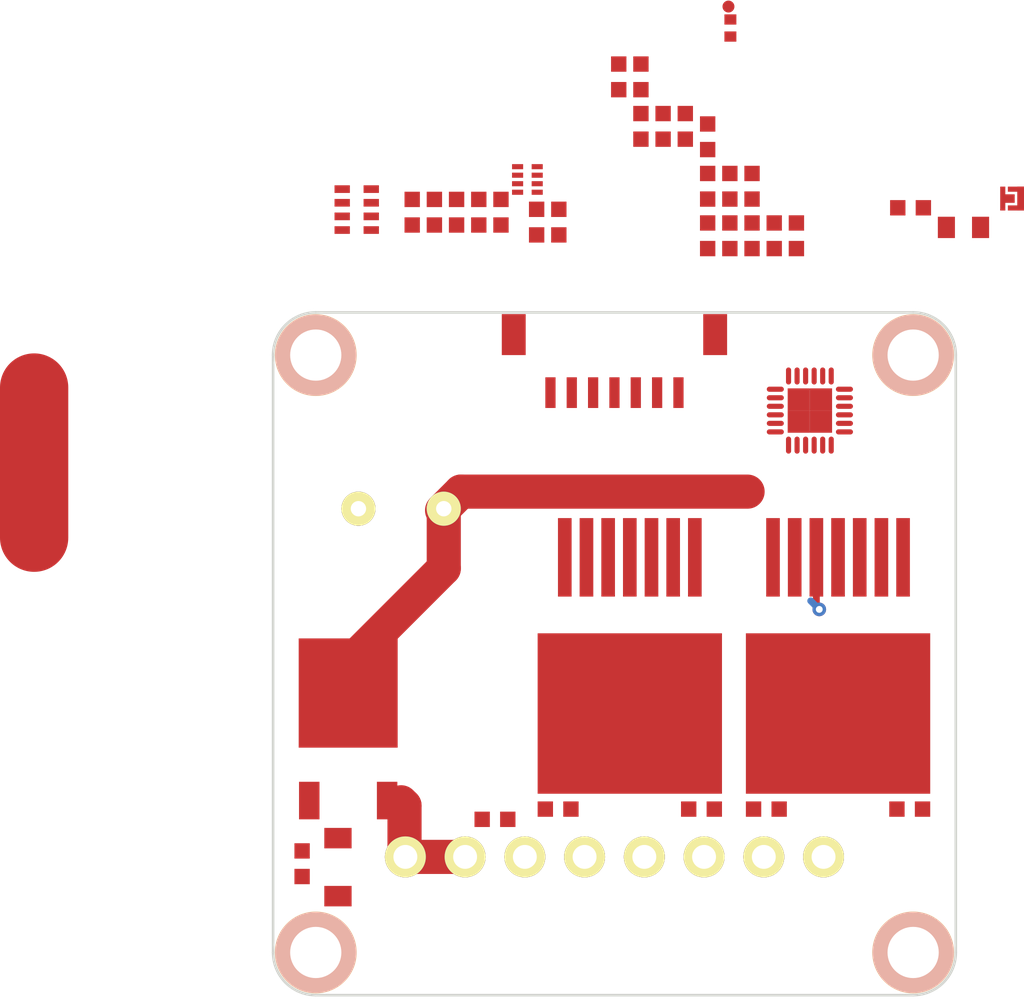
<source format=kicad_pcb>
(kicad_pcb (version 20171130) (host pcbnew 5.0.2-bee76a0~70~ubuntu18.04.1)

  (general
    (thickness 1.6)
    (drawings 8)
    (tracks 15)
    (zones 0)
    (modules 46)
    (nets 38)
  )

  (page A4)
  (title_block
    (title "Industrial Push-Pull")
    (date 2019-02-14)
    (rev 1.0)
    (company "Tinkerforge GmbH")
    (comment 1 "Licensed under CERN OHL v.1.1")
    (comment 2 "Copyright (©) 2019, T.Schneidermann <tim@tinkerforge.com>")
  )

  (layers
    (0 F.Cu signal)
    (31 B.Cu signal)
    (32 B.Adhes user)
    (33 F.Adhes user)
    (34 B.Paste user)
    (35 F.Paste user)
    (36 B.SilkS user)
    (37 F.SilkS user)
    (38 B.Mask user)
    (39 F.Mask user)
    (40 Dwgs.User user)
    (41 Cmts.User user)
    (42 Eco1.User user)
    (43 Eco2.User user)
    (44 Edge.Cuts user)
    (45 Margin user)
    (46 B.CrtYd user)
    (47 F.CrtYd user)
    (48 B.Fab user)
    (49 F.Fab user)
  )

  (setup
    (last_trace_width 2)
    (user_trace_width 0.15)
    (user_trace_width 0.2)
    (user_trace_width 0.25)
    (user_trace_width 0.3)
    (user_trace_width 0.4)
    (user_trace_width 0.5)
    (user_trace_width 2)
    (user_trace_width 4)
    (trace_clearance 0.2)
    (zone_clearance 0.508)
    (zone_45_only no)
    (trace_min 0.15)
    (segment_width 0.2)
    (edge_width 0.15)
    (via_size 0.8)
    (via_drill 0.4)
    (via_min_size 0.4)
    (via_min_drill 0.25)
    (user_via 0.55 0.25)
    (uvia_size 0.3)
    (uvia_drill 0.1)
    (uvias_allowed no)
    (uvia_min_size 0.2)
    (uvia_min_drill 0.1)
    (pcb_text_width 0.3)
    (pcb_text_size 1.5 1.5)
    (mod_edge_width 0.15)
    (mod_text_size 0.000001 0.000001)
    (mod_text_width 0.15)
    (pad_size 1.4 1.4)
    (pad_drill 0.6)
    (pad_to_mask_clearance 0.051)
    (solder_mask_min_width 0.25)
    (aux_axis_origin 0 0)
    (visible_elements FFFFFF7F)
    (pcbplotparams
      (layerselection 0x010fc_ffffffff)
      (usegerberextensions false)
      (usegerberattributes false)
      (usegerberadvancedattributes false)
      (creategerberjobfile false)
      (excludeedgelayer true)
      (linewidth 0.100000)
      (plotframeref false)
      (viasonmask false)
      (mode 1)
      (useauxorigin false)
      (hpglpennumber 1)
      (hpglpenspeed 20)
      (hpglpendiameter 15.000000)
      (psnegative false)
      (psa4output false)
      (plotreference true)
      (plotvalue true)
      (plotinvisibletext false)
      (padsonsilk false)
      (subtractmaskfromsilk false)
      (outputformat 1)
      (mirror false)
      (drillshape 1)
      (scaleselection 1)
      (outputdirectory ""))
  )

  (net 0 "")
  (net 1 GND)
  (net 2 "Net-(10k1-Pad1)")
  (net 3 3V3)
  (net 4 "Net-(C2-Pad1)")
  (net 5 IS1)
  (net 6 "Net-(C6-Pad1)")
  (net 7 IS2)
  (net 8 "Net-(C8-Pad1)")
  (net 9 +VSW)
  (net 10 "Net-(C12-Pad1)")
  (net 11 "Net-(C13-Pad2)")
  (net 12 "Net-(C15-Pad2)")
  (net 13 "Net-(D1-Pad2)")
  (net 14 "Net-(D3-Pad2)")
  (net 15 "Net-(D4-Pad2)")
  (net 16 "Net-(D5-Pad2)")
  (net 17 "Net-(P1-Pad4)")
  (net 18 "Net-(P1-Pad5)")
  (net 19 "Net-(P1-Pad6)")
  (net 20 "Net-(P3-Pad1)")
  (net 21 "Net-(P4-Pad2)")
  (net 22 "Net-(R6-Pad1)")
  (net 23 IN1)
  (net 24 "Net-(R7-Pad1)")
  (net 25 INH)
  (net 26 IN2)
  (net 27 "Net-(R8-Pad1)")
  (net 28 "Net-(R9-Pad1)")
  (net 29 VIN)
  (net 30 "Net-(RP1-Pad5)")
  (net 31 "Net-(RP1-Pad6)")
  (net 32 "Net-(RP1-Pad7)")
  (net 33 "Net-(RP1-Pad8)")
  (net 34 S-MISO)
  (net 35 S-MOSI)
  (net 36 S-CLK)
  (net 37 S-CS)

  (net_class Default "Dies ist die voreingestellte Netzklasse."
    (clearance 0.2)
    (trace_width 0.25)
    (via_dia 0.8)
    (via_drill 0.4)
    (uvia_dia 0.3)
    (uvia_drill 0.1)
    (add_net +VSW)
    (add_net 3V3)
    (add_net GND)
    (add_net IN1)
    (add_net IN2)
    (add_net INH)
    (add_net IS1)
    (add_net IS2)
    (add_net "Net-(10k1-Pad1)")
    (add_net "Net-(C12-Pad1)")
    (add_net "Net-(C13-Pad2)")
    (add_net "Net-(C15-Pad2)")
    (add_net "Net-(C2-Pad1)")
    (add_net "Net-(C6-Pad1)")
    (add_net "Net-(C8-Pad1)")
    (add_net "Net-(D1-Pad2)")
    (add_net "Net-(D3-Pad2)")
    (add_net "Net-(D4-Pad2)")
    (add_net "Net-(D5-Pad2)")
    (add_net "Net-(P1-Pad4)")
    (add_net "Net-(P1-Pad5)")
    (add_net "Net-(P1-Pad6)")
    (add_net "Net-(P3-Pad1)")
    (add_net "Net-(P4-Pad2)")
    (add_net "Net-(R6-Pad1)")
    (add_net "Net-(R7-Pad1)")
    (add_net "Net-(R8-Pad1)")
    (add_net "Net-(R9-Pad1)")
    (add_net "Net-(RP1-Pad5)")
    (add_net "Net-(RP1-Pad6)")
    (add_net "Net-(RP1-Pad7)")
    (add_net "Net-(RP1-Pad8)")
    (add_net S-CLK)
    (add_net S-CS)
    (add_net S-MISO)
    (add_net S-MOSI)
    (add_net VIN)
  )

  (module kicad-libraries:TO-252-3 (layer F.Cu) (tedit 5C6578AB) (tstamp 5C65D567)
    (at 141.9 119.8)
    (path /5C65DC27)
    (fp_text reference Q1 (at 0 -4.7498) (layer F.Fab)
      (effects (font (size 0.59944 0.59944) (thickness 0.12446)))
    )
    (fp_text value MOSFET (at 0 1.84912) (layer F.Fab)
      (effects (font (size 0.29972 0.29972) (thickness 0.07112)))
    )
    (fp_line (start -3.29946 3.59918) (end -3.29946 -3.59918) (layer F.Fab) (width 0.39878))
    (fp_line (start 3.29946 3.59918) (end -3.29946 3.59918) (layer F.Fab) (width 0.39878))
    (fp_line (start 3.29946 -3.59918) (end 3.29946 3.59918) (layer F.Fab) (width 0.39878))
    (fp_line (start -3.29946 -3.59918) (end 3.29946 -3.59918) (layer F.Fab) (width 0.39878))
    (pad D smd rect (at 0 0) (size 5.79882 6.4008) (layers F.Cu F.Paste F.Mask)
      (net 9 +VSW))
    (pad S smd rect (at 2.28092 6.2992) (size 1.19888 2.19964) (layers F.Cu F.Paste F.Mask)
      (net 10 "Net-(C12-Pad1)"))
    (pad G smd rect (at -2.28092 6.2992) (size 1.19888 2.19964) (layers F.Cu F.Paste F.Mask)
      (net 1 GND))
  )

  (module kicad-libraries:OQ_8P (layer F.Cu) (tedit 58FF7F36) (tstamp 5C65D54E)
    (at 157.5 129.4)
    (path /50065B8F)
    (fp_text reference P2 (at 0 3.98) (layer F.Fab)
      (effects (font (size 0.59944 0.59944) (thickness 0.12446)))
    )
    (fp_text value "Digital Output" (at 0 3.05054) (layer F.Fab)
      (effects (font (size 0.59944 0.59944) (thickness 0.12446)))
    )
    (fp_line (start 0 8.001) (end 14.74978 8.001) (layer F.Fab) (width 0.381))
    (fp_line (start 14.74978 -1.19888) (end 0 -1.19888) (layer F.Fab) (width 0.381))
    (fp_line (start -14.74978 -1.19888) (end 0.7493 -1.19888) (layer F.Fab) (width 0.381))
    (fp_line (start 0.7493 8.001) (end -14.74978 8.001) (layer F.Fab) (width 0.381))
    (fp_line (start -14.74978 8.001) (end -14.74978 -1.19888) (layer F.Fab) (width 0.381))
    (fp_line (start 14.74978 -1.19888) (end 14.74978 8.001) (layer F.Fab) (width 0.381))
    (pad 2 thru_hole circle (at -8.7503 0) (size 2.4003 2.4003) (drill 1.39954) (layers *.Cu *.Mask F.SilkS)
      (net 10 "Net-(C12-Pad1)"))
    (pad 3 thru_hole circle (at -5.25018 0) (size 2.4003 2.4003) (drill 1.39954) (layers *.Cu *.Mask F.SilkS)
      (net 1 GND))
    (pad 4 thru_hole circle (at -1.75006 0) (size 2.4003 2.4003) (drill 1.39954) (layers *.Cu *.Mask F.SilkS)
      (net 1 GND))
    (pad 1 thru_hole circle (at -12.25042 0) (size 2.4003 2.4003) (drill 1.39954) (layers *.Cu *.Mask F.SilkS)
      (net 10 "Net-(C12-Pad1)"))
    (pad 5 thru_hole circle (at 1.75006 0) (size 2.4003 2.4003) (drill 1.39954) (layers *.Cu *.Mask F.SilkS)
      (net 11 "Net-(C13-Pad2)"))
    (pad 6 thru_hole circle (at 5.25018 0) (size 2.4003 2.4003) (drill 1.39954) (layers *.Cu *.Mask F.SilkS)
      (net 11 "Net-(C13-Pad2)"))
    (pad 7 thru_hole circle (at 8.7503 0) (size 2.4003 2.4003) (drill 1.39954) (layers *.Cu *.Mask F.SilkS)
      (net 12 "Net-(C15-Pad2)"))
    (pad 8 thru_hole circle (at 12.25042 0) (size 2.4003 2.4003) (drill 1.39954) (layers *.Cu *.Mask F.SilkS)
      (net 12 "Net-(C15-Pad2)"))
    (model Connectors/OQ_8P_green.wrl
      (offset (xyz 0 -3.174999952316284 3.555999946594238))
      (scale (xyz 1 1 1))
      (rotate (xyz 0 0 0))
    )
  )

  (module kicad-libraries:R0603F (layer F.Cu) (tedit 58F5DD02) (tstamp 5C662CFB)
    (at 139.2 129.8 90)
    (path /5C65EA8F)
    (attr smd)
    (fp_text reference 10k1 (at 0.05 0.1 90) (layer F.Fab)
      (effects (font (size 0.2 0.2) (thickness 0.05)))
    )
    (fp_text value R (at 0.05 -0.375 90) (layer F.Fab)
      (effects (font (size 0.2 0.2) (thickness 0.05)))
    )
    (fp_line (start -1.45034 0.65024) (end -1.45034 -0.65024) (layer F.Fab) (width 0.001))
    (fp_line (start 1.45034 0.65024) (end -1.45034 0.65024) (layer F.Fab) (width 0.001))
    (fp_line (start 1.45034 -0.65024) (end 1.45034 0.65024) (layer F.Fab) (width 0.001))
    (fp_line (start -1.45034 -0.65024) (end 1.45034 -0.65024) (layer F.Fab) (width 0.001))
    (pad 2 smd rect (at 0.75 0 90) (size 0.9 0.9) (layers F.Cu F.Paste F.Mask)
      (net 1 GND))
    (pad 1 smd rect (at -0.75 0 90) (size 0.9 0.9) (layers F.Cu F.Paste F.Mask)
      (net 2 "Net-(10k1-Pad1)"))
    (model Resistors_SMD/R_0603.wrl
      (at (xyz 0 0 0))
      (scale (xyz 1 1 1))
      (rotate (xyz 0 0 0))
    )
  )

  (module kicad-libraries:C0603F (layer F.Cu) (tedit 58F5DD02) (tstamp 5C65D442)
    (at 162.960741 87.209159 90)
    (path /50065789)
    (attr smd)
    (fp_text reference C1 (at 0.05 0.225 90) (layer F.Fab)
      (effects (font (size 0.2 0.2) (thickness 0.05)))
    )
    (fp_text value 100nF (at 0.05 -0.375 90) (layer F.Fab)
      (effects (font (size 0.2 0.2) (thickness 0.05)))
    )
    (fp_line (start -1.45034 0.65024) (end -1.45034 -0.65024) (layer F.Fab) (width 0.001))
    (fp_line (start 1.45034 0.65024) (end -1.45034 0.65024) (layer F.Fab) (width 0.001))
    (fp_line (start 1.45034 -0.65024) (end 1.45034 0.65024) (layer F.Fab) (width 0.001))
    (fp_line (start -1.45034 -0.65024) (end 1.45034 -0.65024) (layer F.Fab) (width 0.001))
    (pad 2 smd rect (at 0.75 0 90) (size 0.9 0.9) (layers F.Cu F.Paste F.Mask)
      (net 1 GND))
    (pad 1 smd rect (at -0.75 0 90) (size 0.9 0.9) (layers F.Cu F.Paste F.Mask)
      (net 3 3V3))
    (model Capacitors_SMD/C_0603.wrl
      (at (xyz 0 0 0))
      (scale (xyz 1 1 1))
      (rotate (xyz 0 0 0))
    )
  )

  (module kicad-libraries:C0402F (layer F.Cu) (tedit 5A0C5AF6) (tstamp 5C65D44C)
    (at 164.292501 80.837499 90)
    (path /5A58DF0A)
    (fp_text reference C2 (at 0.1 0.15 90) (layer F.Fab)
      (effects (font (size 0.2 0.2) (thickness 0.05)))
    )
    (fp_text value 220pF (at 0 -0.15 90) (layer F.Fab)
      (effects (font (size 0.2 0.2) (thickness 0.05)))
    )
    (fp_line (start -0.9 -0.45) (end 0.9 -0.45) (layer F.Fab) (width 0.025))
    (fp_line (start 0.9 -0.45) (end 0.9 0.45) (layer F.Fab) (width 0.025))
    (fp_line (start 0.9 0.45) (end -0.9 0.45) (layer F.Fab) (width 0.025))
    (fp_line (start -0.9 0.45) (end -0.9 -0.45) (layer F.Fab) (width 0.025))
    (pad 2 smd rect (at 0.5 0 90) (size 0.6 0.7) (layers F.Cu F.Paste F.Mask)
      (net 1 GND))
    (pad 1 smd rect (at -0.5 0 90) (size 0.6 0.7) (layers F.Cu F.Paste F.Mask)
      (net 4 "Net-(C2-Pad1)"))
    (model Capacitors_SMD/C_0402.wrl
      (at (xyz 0 0 0))
      (scale (xyz 1 1 1))
      (rotate (xyz 0 0 0))
    )
  )

  (module kicad-libraries:C0805 (layer F.Cu) (tedit 58F5DFFC) (tstamp 5C65D456)
    (at 177.948499 92.519399 180)
    (path /5A58B913)
    (attr smd)
    (fp_text reference C3 (at 0 0.3 180) (layer F.Fab)
      (effects (font (size 0.2 0.2) (thickness 0.05)))
    )
    (fp_text value 10uF (at 0 -0.2 180) (layer F.Fab)
      (effects (font (size 0.2 0.2) (thickness 0.05)))
    )
    (fp_line (start -1.651 -0.8001) (end -1.651 0.8001) (layer F.Fab) (width 0.001))
    (fp_line (start -1.651 0.8001) (end 1.651 0.8001) (layer F.Fab) (width 0.001))
    (fp_line (start 1.651 0.8001) (end 1.651 -0.8001) (layer F.Fab) (width 0.001))
    (fp_line (start 1.651 -0.8001) (end -1.651 -0.8001) (layer F.Fab) (width 0.001))
    (pad 1 smd rect (at -1.00076 0 180) (size 1.00076 1.24968) (layers F.Cu F.Paste F.Mask)
      (net 3 3V3) (clearance 0.14986))
    (pad 2 smd rect (at 1.00076 0 180) (size 1.00076 1.24968) (layers F.Cu F.Paste F.Mask)
      (net 1 GND) (clearance 0.14986))
    (model Capacitors_SMD/C_0805.wrl
      (at (xyz 0 0 0))
      (scale (xyz 1 1 1))
      (rotate (xyz 0 0 0))
    )
  )

  (module kicad-libraries:C0603F (layer F.Cu) (tedit 58F5DD02) (tstamp 5C65D460)
    (at 165.560741 93.009159 90)
    (path /5A58BD7A)
    (attr smd)
    (fp_text reference C4 (at 0.05 0.225 90) (layer F.Fab)
      (effects (font (size 0.2 0.2) (thickness 0.05)))
    )
    (fp_text value 100nF (at 0.05 -0.375 90) (layer F.Fab)
      (effects (font (size 0.2 0.2) (thickness 0.05)))
    )
    (fp_line (start -1.45034 -0.65024) (end 1.45034 -0.65024) (layer F.Fab) (width 0.001))
    (fp_line (start 1.45034 -0.65024) (end 1.45034 0.65024) (layer F.Fab) (width 0.001))
    (fp_line (start 1.45034 0.65024) (end -1.45034 0.65024) (layer F.Fab) (width 0.001))
    (fp_line (start -1.45034 0.65024) (end -1.45034 -0.65024) (layer F.Fab) (width 0.001))
    (pad 1 smd rect (at -0.75 0 90) (size 0.9 0.9) (layers F.Cu F.Paste F.Mask)
      (net 3 3V3))
    (pad 2 smd rect (at 0.75 0 90) (size 0.9 0.9) (layers F.Cu F.Paste F.Mask)
      (net 1 GND))
    (model Capacitors_SMD/C_0603.wrl
      (at (xyz 0 0 0))
      (scale (xyz 1 1 1))
      (rotate (xyz 0 0 0))
    )
  )

  (module kicad-libraries:C0603F (layer F.Cu) (tedit 58F5DD02) (tstamp 5C65D46A)
    (at 165.560741 90.109159 90)
    (path /5C6A76D5)
    (attr smd)
    (fp_text reference C5 (at 0.05 0.225 90) (layer F.Fab)
      (effects (font (size 0.2 0.2) (thickness 0.05)))
    )
    (fp_text value 1nF (at 0.05 -0.375 90) (layer F.Fab)
      (effects (font (size 0.2 0.2) (thickness 0.05)))
    )
    (fp_line (start -1.45034 0.65024) (end -1.45034 -0.65024) (layer F.Fab) (width 0.001))
    (fp_line (start 1.45034 0.65024) (end -1.45034 0.65024) (layer F.Fab) (width 0.001))
    (fp_line (start 1.45034 -0.65024) (end 1.45034 0.65024) (layer F.Fab) (width 0.001))
    (fp_line (start -1.45034 -0.65024) (end 1.45034 -0.65024) (layer F.Fab) (width 0.001))
    (pad 2 smd rect (at 0.75 0 90) (size 0.9 0.9) (layers F.Cu F.Paste F.Mask)
      (net 1 GND))
    (pad 1 smd rect (at -0.75 0 90) (size 0.9 0.9) (layers F.Cu F.Paste F.Mask)
      (net 5 IS1))
    (model Capacitors_SMD/C_0603.wrl
      (at (xyz 0 0 0))
      (scale (xyz 1 1 1))
      (rotate (xyz 0 0 0))
    )
  )

  (module kicad-libraries:C0603F (layer F.Cu) (tedit 58F5DD02) (tstamp 5C65D474)
    (at 164.260741 93.009159 90)
    (path /5C6D33CE)
    (attr smd)
    (fp_text reference C6 (at 0.05 0.225 90) (layer F.Fab)
      (effects (font (size 0.2 0.2) (thickness 0.05)))
    )
    (fp_text value 100nF (at 0.05 -0.375 90) (layer F.Fab)
      (effects (font (size 0.2 0.2) (thickness 0.05)))
    )
    (fp_line (start -1.45034 0.65024) (end -1.45034 -0.65024) (layer F.Fab) (width 0.001))
    (fp_line (start 1.45034 0.65024) (end -1.45034 0.65024) (layer F.Fab) (width 0.001))
    (fp_line (start 1.45034 -0.65024) (end 1.45034 0.65024) (layer F.Fab) (width 0.001))
    (fp_line (start -1.45034 -0.65024) (end 1.45034 -0.65024) (layer F.Fab) (width 0.001))
    (pad 2 smd rect (at 0.75 0 90) (size 0.9 0.9) (layers F.Cu F.Paste F.Mask)
      (net 1 GND))
    (pad 1 smd rect (at -0.75 0 90) (size 0.9 0.9) (layers F.Cu F.Paste F.Mask)
      (net 6 "Net-(C6-Pad1)"))
    (model Capacitors_SMD/C_0603.wrl
      (at (xyz 0 0 0))
      (scale (xyz 1 1 1))
      (rotate (xyz 0 0 0))
    )
  )

  (module kicad-libraries:C0603F (layer F.Cu) (tedit 58F5DD02) (tstamp 5C65D47E)
    (at 162.960741 90.109159 90)
    (path /5C6A7767)
    (attr smd)
    (fp_text reference C7 (at 0.05 0.225 90) (layer F.Fab)
      (effects (font (size 0.2 0.2) (thickness 0.05)))
    )
    (fp_text value 100nF (at 0.05 -0.375 90) (layer F.Fab)
      (effects (font (size 0.2 0.2) (thickness 0.05)))
    )
    (fp_line (start -1.45034 -0.65024) (end 1.45034 -0.65024) (layer F.Fab) (width 0.001))
    (fp_line (start 1.45034 -0.65024) (end 1.45034 0.65024) (layer F.Fab) (width 0.001))
    (fp_line (start 1.45034 0.65024) (end -1.45034 0.65024) (layer F.Fab) (width 0.001))
    (fp_line (start -1.45034 0.65024) (end -1.45034 -0.65024) (layer F.Fab) (width 0.001))
    (pad 1 smd rect (at -0.75 0 90) (size 0.9 0.9) (layers F.Cu F.Paste F.Mask)
      (net 7 IS2))
    (pad 2 smd rect (at 0.75 0 90) (size 0.9 0.9) (layers F.Cu F.Paste F.Mask)
      (net 1 GND))
    (model Capacitors_SMD/C_0603.wrl
      (at (xyz 0 0 0))
      (scale (xyz 1 1 1))
      (rotate (xyz 0 0 0))
    )
  )

  (module kicad-libraries:C0603F (layer F.Cu) (tedit 58F5DD02) (tstamp 5C65D488)
    (at 148.250741 91.629159 90)
    (path /5C6D332D)
    (attr smd)
    (fp_text reference C8 (at 0.05 0.225 90) (layer F.Fab)
      (effects (font (size 0.2 0.2) (thickness 0.05)))
    )
    (fp_text value 100nF (at 0.05 -0.375 90) (layer F.Fab)
      (effects (font (size 0.2 0.2) (thickness 0.05)))
    )
    (fp_line (start -1.45034 -0.65024) (end 1.45034 -0.65024) (layer F.Fab) (width 0.001))
    (fp_line (start 1.45034 -0.65024) (end 1.45034 0.65024) (layer F.Fab) (width 0.001))
    (fp_line (start 1.45034 0.65024) (end -1.45034 0.65024) (layer F.Fab) (width 0.001))
    (fp_line (start -1.45034 0.65024) (end -1.45034 -0.65024) (layer F.Fab) (width 0.001))
    (pad 1 smd rect (at -0.75 0 90) (size 0.9 0.9) (layers F.Cu F.Paste F.Mask)
      (net 8 "Net-(C8-Pad1)"))
    (pad 2 smd rect (at 0.75 0 90) (size 0.9 0.9) (layers F.Cu F.Paste F.Mask)
      (net 1 GND))
    (model Capacitors_SMD/C_0603.wrl
      (at (xyz 0 0 0))
      (scale (xyz 1 1 1))
      (rotate (xyz 0 0 0))
    )
  )

  (module kicad-libraries:ELKO_RAD_12 (layer F.Cu) (tedit 5A547BFC) (tstamp 5C65D493)
    (at 145 109)
    (path /5C68B2A6)
    (fp_text reference C9 (at 0 0.65024) (layer F.Fab)
      (effects (font (size 0.29972 0.29972) (thickness 0.07493)))
    )
    (fp_text value "1000uF 35V" (at 0 0) (layer F.Fab)
      (effects (font (size 0.29972 0.29972) (thickness 0.07493)))
    )
    (fp_line (start -5.25018 3.40106) (end -5.25018 -3.40106) (layer F.Fab) (width 0.381))
    (fp_circle (center 0 0) (end 6.25094 0) (layer F.Fab) (width 0.381))
    (fp_line (start -3.64998 -2.74828) (end -1.94818 -2.74828) (layer F.Fab) (width 0.381))
    (fp_line (start 2.5019 -2.25044) (end 2.5019 -3.59918) (layer F.Fab) (width 0.381))
    (fp_line (start 1.79832 -2.90068) (end 3.1496 -2.90068) (layer F.Fab) (width 0.381))
    (pad 1 thru_hole circle (at 2.49936 0) (size 1.99898 1.99898) (drill 0.89916) (layers *.Cu *.Mask F.SilkS)
      (net 9 +VSW))
    (pad 2 thru_hole circle (at -2.49936 0) (size 1.99898 1.99898) (drill 0.89916) (layers *.Cu *.Mask F.SilkS)
      (net 1 GND))
    (model Capacitors_wired/c_elko_10x10.wrl
      (at (xyz 0 0 0))
      (scale (xyz 1 1 1))
      (rotate (xyz -90 0 90))
    )
  )

  (module kicad-libraries:C0603F (layer F.Cu) (tedit 58F5DD02) (tstamp 5C65D49D)
    (at 146.950741 91.629159 90)
    (path /5C68FED5)
    (attr smd)
    (fp_text reference C10 (at 0.05 0.225 90) (layer F.Fab)
      (effects (font (size 0.2 0.2) (thickness 0.05)))
    )
    (fp_text value "100nF 100V" (at 0.05 -0.375 90) (layer F.Fab)
      (effects (font (size 0.2 0.2) (thickness 0.05)))
    )
    (fp_line (start -1.45034 0.65024) (end -1.45034 -0.65024) (layer F.Fab) (width 0.001))
    (fp_line (start 1.45034 0.65024) (end -1.45034 0.65024) (layer F.Fab) (width 0.001))
    (fp_line (start 1.45034 -0.65024) (end 1.45034 0.65024) (layer F.Fab) (width 0.001))
    (fp_line (start -1.45034 -0.65024) (end 1.45034 -0.65024) (layer F.Fab) (width 0.001))
    (pad 2 smd rect (at 0.75 0 90) (size 0.9 0.9) (layers F.Cu F.Paste F.Mask)
      (net 1 GND))
    (pad 1 smd rect (at -0.75 0 90) (size 0.9 0.9) (layers F.Cu F.Paste F.Mask)
      (net 9 +VSW))
    (model Capacitors_SMD/C_0603.wrl
      (at (xyz 0 0 0))
      (scale (xyz 1 1 1))
      (rotate (xyz 0 0 0))
    )
  )

  (module kicad-libraries:C0603F (layer F.Cu) (tedit 58F5DD02) (tstamp 5C65D4A7)
    (at 174.849159 91.369259 180)
    (path /5C68FF90)
    (attr smd)
    (fp_text reference C11 (at 0.05 0.225 180) (layer F.Fab)
      (effects (font (size 0.2 0.2) (thickness 0.05)))
    )
    (fp_text value "100nF 100V" (at 0.05 -0.375 180) (layer F.Fab)
      (effects (font (size 0.2 0.2) (thickness 0.05)))
    )
    (fp_line (start -1.45034 -0.65024) (end 1.45034 -0.65024) (layer F.Fab) (width 0.001))
    (fp_line (start 1.45034 -0.65024) (end 1.45034 0.65024) (layer F.Fab) (width 0.001))
    (fp_line (start 1.45034 0.65024) (end -1.45034 0.65024) (layer F.Fab) (width 0.001))
    (fp_line (start -1.45034 0.65024) (end -1.45034 -0.65024) (layer F.Fab) (width 0.001))
    (pad 1 smd rect (at -0.75 0 180) (size 0.9 0.9) (layers F.Cu F.Paste F.Mask)
      (net 9 +VSW))
    (pad 2 smd rect (at 0.75 0 180) (size 0.9 0.9) (layers F.Cu F.Paste F.Mask)
      (net 1 GND))
    (model Capacitors_SMD/C_0603.wrl
      (at (xyz 0 0 0))
      (scale (xyz 1 1 1))
      (rotate (xyz 0 0 0))
    )
  )

  (module kicad-libraries:C0603F (layer F.Cu) (tedit 58F5DD02) (tstamp 5C65D4B1)
    (at 150.5 127.2)
    (path /5C671201)
    (attr smd)
    (fp_text reference C12 (at 0.05 0.225) (layer F.Fab)
      (effects (font (size 0.2 0.2) (thickness 0.05)))
    )
    (fp_text value "100nF 100V" (at 0.05 -0.375) (layer F.Fab)
      (effects (font (size 0.2 0.2) (thickness 0.05)))
    )
    (fp_line (start -1.45034 0.65024) (end -1.45034 -0.65024) (layer F.Fab) (width 0.001))
    (fp_line (start 1.45034 0.65024) (end -1.45034 0.65024) (layer F.Fab) (width 0.001))
    (fp_line (start 1.45034 -0.65024) (end 1.45034 0.65024) (layer F.Fab) (width 0.001))
    (fp_line (start -1.45034 -0.65024) (end 1.45034 -0.65024) (layer F.Fab) (width 0.001))
    (pad 2 smd rect (at 0.75 0) (size 0.9 0.9) (layers F.Cu F.Paste F.Mask)
      (net 1 GND))
    (pad 1 smd rect (at -0.75 0) (size 0.9 0.9) (layers F.Cu F.Paste F.Mask)
      (net 10 "Net-(C12-Pad1)"))
    (model Capacitors_SMD/C_0603.wrl
      (at (xyz 0 0 0))
      (scale (xyz 1 1 1))
      (rotate (xyz 0 0 0))
    )
  )

  (module kicad-libraries:C0603F (layer F.Cu) (tedit 58F5DD02) (tstamp 5C65D4BB)
    (at 154.2 126.6)
    (path /5C8F1C39)
    (attr smd)
    (fp_text reference C13 (at 0.05 0.225) (layer F.Fab)
      (effects (font (size 0.2 0.2) (thickness 0.05)))
    )
    (fp_text value "220nF 100V" (at 0.05 -0.375) (layer F.Fab)
      (effects (font (size 0.2 0.2) (thickness 0.05)))
    )
    (fp_line (start -1.45034 0.65024) (end -1.45034 -0.65024) (layer F.Fab) (width 0.001))
    (fp_line (start 1.45034 0.65024) (end -1.45034 0.65024) (layer F.Fab) (width 0.001))
    (fp_line (start 1.45034 -0.65024) (end 1.45034 0.65024) (layer F.Fab) (width 0.001))
    (fp_line (start -1.45034 -0.65024) (end 1.45034 -0.65024) (layer F.Fab) (width 0.001))
    (pad 2 smd rect (at 0.75 0) (size 0.9 0.9) (layers F.Cu F.Paste F.Mask)
      (net 11 "Net-(C13-Pad2)"))
    (pad 1 smd rect (at -0.75 0) (size 0.9 0.9) (layers F.Cu F.Paste F.Mask)
      (net 9 +VSW))
    (model Capacitors_SMD/C_0603.wrl
      (at (xyz 0 0 0))
      (scale (xyz 1 1 1))
      (rotate (xyz 0 0 0))
    )
  )

  (module kicad-libraries:C0603F (layer F.Cu) (tedit 58F5DD02) (tstamp 5C65D4C5)
    (at 162.6 126.6)
    (path /5C8F1B48)
    (attr smd)
    (fp_text reference C14 (at 0.05 0.225) (layer F.Fab)
      (effects (font (size 0.2 0.2) (thickness 0.05)))
    )
    (fp_text value "220nF 100V" (at 0.099159 -0.180741) (layer F.Fab)
      (effects (font (size 0.2 0.2) (thickness 0.05)))
    )
    (fp_line (start -1.45034 -0.65024) (end 1.45034 -0.65024) (layer F.Fab) (width 0.001))
    (fp_line (start 1.45034 -0.65024) (end 1.45034 0.65024) (layer F.Fab) (width 0.001))
    (fp_line (start 1.45034 0.65024) (end -1.45034 0.65024) (layer F.Fab) (width 0.001))
    (fp_line (start -1.45034 0.65024) (end -1.45034 -0.65024) (layer F.Fab) (width 0.001))
    (pad 1 smd rect (at -0.75 0) (size 0.9 0.9) (layers F.Cu F.Paste F.Mask)
      (net 11 "Net-(C13-Pad2)"))
    (pad 2 smd rect (at 0.75 0) (size 0.9 0.9) (layers F.Cu F.Paste F.Mask)
      (net 1 GND))
    (model Capacitors_SMD/C_0603.wrl
      (at (xyz 0 0 0))
      (scale (xyz 1 1 1))
      (rotate (xyz 0 0 0))
    )
  )

  (module kicad-libraries:C0603F (layer F.Cu) (tedit 58F5DD02) (tstamp 5C65D4CF)
    (at 166.4 126.6)
    (path /5C8F1A93)
    (attr smd)
    (fp_text reference C15 (at 0.05 0.225) (layer F.Fab)
      (effects (font (size 0.2 0.2) (thickness 0.05)))
    )
    (fp_text value "220nF 100V" (at 0.05 -0.375) (layer F.Fab)
      (effects (font (size 0.2 0.2) (thickness 0.05)))
    )
    (fp_line (start -1.45034 0.65024) (end -1.45034 -0.65024) (layer F.Fab) (width 0.001))
    (fp_line (start 1.45034 0.65024) (end -1.45034 0.65024) (layer F.Fab) (width 0.001))
    (fp_line (start 1.45034 -0.65024) (end 1.45034 0.65024) (layer F.Fab) (width 0.001))
    (fp_line (start -1.45034 -0.65024) (end 1.45034 -0.65024) (layer F.Fab) (width 0.001))
    (pad 2 smd rect (at 0.75 0) (size 0.9 0.9) (layers F.Cu F.Paste F.Mask)
      (net 12 "Net-(C15-Pad2)"))
    (pad 1 smd rect (at -0.75 0) (size 0.9 0.9) (layers F.Cu F.Paste F.Mask)
      (net 9 +VSW))
    (model Capacitors_SMD/C_0603.wrl
      (at (xyz 0 0 0))
      (scale (xyz 1 1 1))
      (rotate (xyz 0 0 0))
    )
  )

  (module kicad-libraries:C0603F (layer F.Cu) (tedit 58F5DD02) (tstamp 5C65D4D9)
    (at 174.8 126.6)
    (path /5C8F1943)
    (attr smd)
    (fp_text reference C16 (at 0.05 0.225) (layer F.Fab)
      (effects (font (size 0.2 0.2) (thickness 0.05)))
    )
    (fp_text value "220nF 100V" (at 0.05 -0.375) (layer F.Fab)
      (effects (font (size 0.2 0.2) (thickness 0.05)))
    )
    (fp_line (start -1.45034 -0.65024) (end 1.45034 -0.65024) (layer F.Fab) (width 0.001))
    (fp_line (start 1.45034 -0.65024) (end 1.45034 0.65024) (layer F.Fab) (width 0.001))
    (fp_line (start 1.45034 0.65024) (end -1.45034 0.65024) (layer F.Fab) (width 0.001))
    (fp_line (start -1.45034 0.65024) (end -1.45034 -0.65024) (layer F.Fab) (width 0.001))
    (pad 1 smd rect (at -0.75 0) (size 0.9 0.9) (layers F.Cu F.Paste F.Mask)
      (net 12 "Net-(C15-Pad2)"))
    (pad 2 smd rect (at 0.75 0) (size 0.9 0.9) (layers F.Cu F.Paste F.Mask)
      (net 1 GND))
    (model Capacitors_SMD/C_0603.wrl
      (at (xyz 0 0 0))
      (scale (xyz 1 1 1))
      (rotate (xyz 0 0 0))
    )
  )

  (module kicad-libraries:D0603F (layer F.Cu) (tedit 5910237C) (tstamp 5C65D4EA)
    (at 162.960741 93.009159 90)
    (path /5A58F18E)
    (attr smd)
    (fp_text reference D1 (at -0.775 0.45 90) (layer F.Fab)
      (effects (font (size 0.2 0.2) (thickness 0.05)))
    )
    (fp_text value "blue STATUS" (at 0.75 0.45 90) (layer F.Fab)
      (effects (font (size 0.2 0.2) (thickness 0.05)))
    )
    (fp_line (start -1.45034 0.65024) (end -1.45034 -0.65024) (layer F.Fab) (width 0.001))
    (fp_line (start 1.45034 0.65024) (end -1.45034 0.65024) (layer F.Fab) (width 0.001))
    (fp_line (start 1.45034 -0.65024) (end 1.45034 0.65024) (layer F.Fab) (width 0.001))
    (fp_line (start -1.45034 -0.65024) (end 1.45034 -0.65024) (layer F.Fab) (width 0.001))
    (fp_line (start 0 0) (end -0.3 -0.3) (layer F.Fab) (width 0.05))
    (fp_line (start -0.3 0.3) (end 0 0) (layer F.Fab) (width 0.05))
    (fp_line (start -0.3 -0.3) (end -0.3 0.3) (layer F.Fab) (width 0.05))
    (fp_line (start 0 -0.3) (end 0 0.3) (layer F.Fab) (width 0.05))
    (fp_line (start 0.45 0) (end 1.05 0) (layer F.Fab) (width 0.05))
    (fp_line (start -1.05 0) (end -0.45 0) (layer F.Fab) (width 0.05))
    (fp_line (start -0.75 -0.3) (end -0.75 0.3) (layer F.Fab) (width 0.05))
    (pad 2 smd rect (at 0.75 0 90) (size 0.9 0.9) (layers F.Cu F.Paste F.Mask)
      (net 13 "Net-(D1-Pad2)"))
    (pad 1 smd rect (at -0.75 0 90) (size 0.9 0.9) (layers F.Cu F.Paste F.Mask)
      (net 3 3V3))
    (model LED_SMD/D_0603_blue.wrl
      (at (xyz 0 0 0))
      (scale (xyz 1 1 1))
      (rotate (xyz -90 0 0))
    )
  )

  (module kicad-libraries:MiniMelf (layer F.Cu) (tedit 58F773C2) (tstamp 5C65D4F6)
    (at 141.3 130 270)
    (path /5C65E9AF)
    (fp_text reference D2 (at 0.23 0.29 270) (layer F.Fab)
      (effects (font (size 0.29972 0.29972) (thickness 0.07493)))
    )
    (fp_text value 10V (at 0.23 -0.24 270) (layer F.Fab)
      (effects (font (size 0.29972 0.29972) (thickness 0.07493)))
    )
    (fp_line (start -0.8001 -0.89916) (end -0.8001 0.8001) (layer F.Fab) (width 0.001))
    (fp_line (start -0.50038 -0.89916) (end -0.50038 0.8001) (layer F.Fab) (width 0.001))
    (fp_line (start -2.4003 -0.89916) (end 2.4003 -0.89916) (layer F.Fab) (width 0.001))
    (fp_line (start 2.4003 -0.89916) (end 2.4003 0.89916) (layer F.Fab) (width 0.001))
    (fp_line (start 2.4003 0.89916) (end -2.4003 0.89916) (layer F.Fab) (width 0.001))
    (fp_line (start -2.4003 0.89916) (end -2.4003 -0.89916) (layer F.Fab) (width 0.001))
    (pad 2 smd rect (at -1.69926 0 270) (size 1.19888 1.6002) (layers F.Cu F.Paste F.Mask)
      (net 9 +VSW))
    (pad 1 smd rect (at 1.69926 0 270) (size 1.19888 1.6002) (layers F.Cu F.Paste F.Mask)
      (net 2 "Net-(10k1-Pad1)"))
    (model Housing_special/MiniMelf.wrl
      (at (xyz 0 0 0))
      (scale (xyz 1 1 1))
      (rotate (xyz 0 0 0))
    )
  )

  (module kicad-libraries:D0603F (layer F.Cu) (tedit 5910237C) (tstamp 5C65D507)
    (at 145.650741 91.629159 90)
    (path /5C73C492)
    (attr smd)
    (fp_text reference D3 (at -0.775 0.45 90) (layer F.Fab)
      (effects (font (size 0.2 0.2) (thickness 0.05)))
    )
    (fp_text value "red FAIL" (at 0.75 0.45 90) (layer F.Fab)
      (effects (font (size 0.2 0.2) (thickness 0.05)))
    )
    (fp_line (start -0.75 -0.3) (end -0.75 0.3) (layer F.Fab) (width 0.05))
    (fp_line (start -1.05 0) (end -0.45 0) (layer F.Fab) (width 0.05))
    (fp_line (start 0.45 0) (end 1.05 0) (layer F.Fab) (width 0.05))
    (fp_line (start 0 -0.3) (end 0 0.3) (layer F.Fab) (width 0.05))
    (fp_line (start -0.3 -0.3) (end -0.3 0.3) (layer F.Fab) (width 0.05))
    (fp_line (start -0.3 0.3) (end 0 0) (layer F.Fab) (width 0.05))
    (fp_line (start 0 0) (end -0.3 -0.3) (layer F.Fab) (width 0.05))
    (fp_line (start -1.45034 -0.65024) (end 1.45034 -0.65024) (layer F.Fab) (width 0.001))
    (fp_line (start 1.45034 -0.65024) (end 1.45034 0.65024) (layer F.Fab) (width 0.001))
    (fp_line (start 1.45034 0.65024) (end -1.45034 0.65024) (layer F.Fab) (width 0.001))
    (fp_line (start -1.45034 0.65024) (end -1.45034 -0.65024) (layer F.Fab) (width 0.001))
    (pad 1 smd rect (at -0.75 0 90) (size 0.9 0.9) (layers F.Cu F.Paste F.Mask)
      (net 3 3V3))
    (pad 2 smd rect (at 0.75 0 90) (size 0.9 0.9) (layers F.Cu F.Paste F.Mask)
      (net 14 "Net-(D3-Pad2)"))
    (model LED_SMD/D_0603_blue.wrl
      (at (xyz 0 0 0))
      (scale (xyz 1 1 1))
      (rotate (xyz -90 0 0))
    )
  )

  (module kicad-libraries:D0603F (layer F.Cu) (tedit 5910237C) (tstamp 5C65D518)
    (at 152.940741 92.209159 90)
    (path /5C73C5C6)
    (attr smd)
    (fp_text reference D4 (at -0.775 0.45 90) (layer F.Fab)
      (effects (font (size 0.2 0.2) (thickness 0.05)))
    )
    (fp_text value "green CH1" (at 0.75 0.45 90) (layer F.Fab)
      (effects (font (size 0.2 0.2) (thickness 0.05)))
    )
    (fp_line (start -1.45034 0.65024) (end -1.45034 -0.65024) (layer F.Fab) (width 0.001))
    (fp_line (start 1.45034 0.65024) (end -1.45034 0.65024) (layer F.Fab) (width 0.001))
    (fp_line (start 1.45034 -0.65024) (end 1.45034 0.65024) (layer F.Fab) (width 0.001))
    (fp_line (start -1.45034 -0.65024) (end 1.45034 -0.65024) (layer F.Fab) (width 0.001))
    (fp_line (start 0 0) (end -0.3 -0.3) (layer F.Fab) (width 0.05))
    (fp_line (start -0.3 0.3) (end 0 0) (layer F.Fab) (width 0.05))
    (fp_line (start -0.3 -0.3) (end -0.3 0.3) (layer F.Fab) (width 0.05))
    (fp_line (start 0 -0.3) (end 0 0.3) (layer F.Fab) (width 0.05))
    (fp_line (start 0.45 0) (end 1.05 0) (layer F.Fab) (width 0.05))
    (fp_line (start -1.05 0) (end -0.45 0) (layer F.Fab) (width 0.05))
    (fp_line (start -0.75 -0.3) (end -0.75 0.3) (layer F.Fab) (width 0.05))
    (pad 2 smd rect (at 0.75 0 90) (size 0.9 0.9) (layers F.Cu F.Paste F.Mask)
      (net 15 "Net-(D4-Pad2)"))
    (pad 1 smd rect (at -0.75 0 90) (size 0.9 0.9) (layers F.Cu F.Paste F.Mask)
      (net 3 3V3))
    (model LED_SMD/D_0603_blue.wrl
      (at (xyz 0 0 0))
      (scale (xyz 1 1 1))
      (rotate (xyz -90 0 0))
    )
  )

  (module kicad-libraries:D0603F (layer F.Cu) (tedit 5910237C) (tstamp 5C65D529)
    (at 149.550741 91.629159 90)
    (path /5C73C67C)
    (attr smd)
    (fp_text reference D5 (at -0.775 0.45 90) (layer F.Fab)
      (effects (font (size 0.2 0.2) (thickness 0.05)))
    )
    (fp_text value "green CH2" (at 0.75 0.45 90) (layer F.Fab)
      (effects (font (size 0.2 0.2) (thickness 0.05)))
    )
    (fp_line (start -0.75 -0.3) (end -0.75 0.3) (layer F.Fab) (width 0.05))
    (fp_line (start -1.05 0) (end -0.45 0) (layer F.Fab) (width 0.05))
    (fp_line (start 0.45 0) (end 1.05 0) (layer F.Fab) (width 0.05))
    (fp_line (start 0 -0.3) (end 0 0.3) (layer F.Fab) (width 0.05))
    (fp_line (start -0.3 -0.3) (end -0.3 0.3) (layer F.Fab) (width 0.05))
    (fp_line (start -0.3 0.3) (end 0 0) (layer F.Fab) (width 0.05))
    (fp_line (start 0 0) (end -0.3 -0.3) (layer F.Fab) (width 0.05))
    (fp_line (start -1.45034 -0.65024) (end 1.45034 -0.65024) (layer F.Fab) (width 0.001))
    (fp_line (start 1.45034 -0.65024) (end 1.45034 0.65024) (layer F.Fab) (width 0.001))
    (fp_line (start 1.45034 0.65024) (end -1.45034 0.65024) (layer F.Fab) (width 0.001))
    (fp_line (start -1.45034 0.65024) (end -1.45034 -0.65024) (layer F.Fab) (width 0.001))
    (pad 1 smd rect (at -0.75 0 90) (size 0.9 0.9) (layers F.Cu F.Paste F.Mask)
      (net 3 3V3))
    (pad 2 smd rect (at 0.75 0 90) (size 0.9 0.9) (layers F.Cu F.Paste F.Mask)
      (net 16 "Net-(D5-Pad2)"))
    (model LED_SMD/D_0603_blue.wrl
      (at (xyz 0 0 0))
      (scale (xyz 1 1 1))
      (rotate (xyz -90 0 0))
    )
  )

  (module kicad-libraries:CON-SENSOR2 (layer F.Cu) (tedit 59030BED) (tstamp 5C65D53C)
    (at 157.5 97.6 180)
    (path /5004F5E5)
    (fp_text reference P1 (at 0 -2.85 180) (layer F.Fab)
      (effects (font (size 0.3 0.3) (thickness 0.075)))
    )
    (fp_text value CON-SENSOR (at 0 -1.6002 180) (layer F.Fab)
      (effects (font (size 0.29972 0.29972) (thickness 0.07112)))
    )
    (fp_line (start -5 -0.25) (end -4.75 -0.75) (layer F.Fab) (width 0.05))
    (fp_line (start -4.75 -0.75) (end -4.5 -0.25) (layer F.Fab) (width 0.05))
    (fp_line (start -6 -0.25) (end 6 -0.25) (layer F.Fab) (width 0.05))
    (fp_line (start 6 -0.25) (end 6 -4.3) (layer F.Fab) (width 0.05))
    (fp_line (start 6 -4.3) (end -6 -4.3) (layer F.Fab) (width 0.05))
    (fp_line (start -6 -4.3) (end -6 -0.25) (layer F.Fab) (width 0.05))
    (pad 1 smd rect (at -3.75 -4.6 180) (size 0.6 1.8) (layers F.Cu F.Paste F.Mask))
    (pad 2 smd rect (at -2.5 -4.6 180) (size 0.6 1.8) (layers F.Cu F.Paste F.Mask)
      (net 1 GND))
    (pad EP smd rect (at -5.9 -1.2 180) (size 1.4 2.4) (layers F.Cu F.Paste F.Mask)
      (net 1 GND))
    (pad EP smd rect (at 5.9 -1.2 180) (size 1.4 2.4) (layers F.Cu F.Paste F.Mask)
      (net 1 GND))
    (pad 3 smd rect (at -1.25 -4.6 180) (size 0.6 1.8) (layers F.Cu F.Paste F.Mask)
      (net 3 3V3))
    (pad 4 smd rect (at 0 -4.6 180) (size 0.6 1.8) (layers F.Cu F.Paste F.Mask)
      (net 17 "Net-(P1-Pad4)"))
    (pad 5 smd rect (at 1.25 -4.6 180) (size 0.6 1.8) (layers F.Cu F.Paste F.Mask)
      (net 18 "Net-(P1-Pad5)"))
    (pad 6 smd rect (at 2.5 -4.6 180) (size 0.6 1.8) (layers F.Cu F.Paste F.Mask)
      (net 19 "Net-(P1-Pad6)"))
    (pad 7 smd rect (at 3.75 -4.6 180) (size 0.6 1.8) (layers F.Cu F.Paste F.Mask)
      (net 4 "Net-(C2-Pad1)"))
    (model Connectors_TF/BrickletConn_7pin.wrl
      (offset (xyz 0 2.539999961853027 0))
      (scale (xyz 1 1 1))
      (rotate (xyz 0 0 0))
    )
  )

  (module kicad-libraries:DEBUG_PAD (layer F.Cu) (tedit 590B3FBE) (tstamp 5C65D553)
    (at 164.18 79.58 90)
    (path /5A58EE20)
    (fp_text reference P3 (at 0 0.175 90) (layer F.Fab)
      (effects (font (size 0.15 0.15) (thickness 0.0375)))
    )
    (fp_text value Debug (at 0 -0.15 90) (layer F.Fab)
      (effects (font (size 0.15 0.15) (thickness 0.0375)))
    )
    (pad 1 smd circle (at 0 0 90) (size 0.7 0.7) (layers F.Cu F.Paste F.Mask)
      (net 20 "Net-(P3-Pad1)"))
  )

  (module kicad-libraries:SolderJumper (layer F.Cu) (tedit 590B2DE4) (tstamp 5C65D55C)
    (at 180.8 90.83 180)
    (path /5A58EFD9)
    (fp_text reference P4 (at 0 0.35 180) (layer F.Fab)
      (effects (font (size 0.3 0.3) (thickness 0.0712)))
    )
    (fp_text value Boot (at 0 -0.35 180) (layer F.Fab)
      (effects (font (size 0.3 0.3) (thickness 0.0712)))
    )
    (pad 2 smd rect (at 0.55 0 180) (size 0.3 1.4) (layers F.Cu F.Mask)
      (net 21 "Net-(P4-Pad2)"))
    (pad 2 smd rect (at 0.15 0 180) (size 0.6 0.5) (layers F.Cu F.Mask)
      (net 21 "Net-(P4-Pad2)"))
    (pad 1 smd rect (at -0.5 0 180) (size 0.4 1.4) (layers F.Cu F.Mask)
      (net 1 GND))
    (pad 1 smd rect (at -0.225 0.55 180) (size 0.95 0.3) (layers F.Cu F.Mask)
      (net 1 GND))
    (pad 1 smd rect (at -0.225 -0.55 180) (size 0.95 0.3) (layers F.Cu F.Mask)
      (net 1 GND))
  )

  (module kicad-libraries:R0603F (layer F.Cu) (tedit 58F5DD02) (tstamp 5C65D571)
    (at 157.750741 83.699159 90)
    (path /5C6A7615)
    (attr smd)
    (fp_text reference R1 (at 0.05 0.225 90) (layer F.Fab)
      (effects (font (size 0.2 0.2) (thickness 0.05)))
    )
    (fp_text value 1k (at 0.05 -0.375 90) (layer F.Fab)
      (effects (font (size 0.2 0.2) (thickness 0.05)))
    )
    (fp_line (start -1.45034 -0.65024) (end 1.45034 -0.65024) (layer F.Fab) (width 0.001))
    (fp_line (start 1.45034 -0.65024) (end 1.45034 0.65024) (layer F.Fab) (width 0.001))
    (fp_line (start 1.45034 0.65024) (end -1.45034 0.65024) (layer F.Fab) (width 0.001))
    (fp_line (start -1.45034 0.65024) (end -1.45034 -0.65024) (layer F.Fab) (width 0.001))
    (pad 1 smd rect (at -0.75 0 90) (size 0.9 0.9) (layers F.Cu F.Paste F.Mask)
      (net 5 IS1))
    (pad 2 smd rect (at 0.75 0 90) (size 0.9 0.9) (layers F.Cu F.Paste F.Mask)
      (net 1 GND))
    (model Resistors_SMD/R_0603.wrl
      (at (xyz 0 0 0))
      (scale (xyz 1 1 1))
      (rotate (xyz 0 0 0))
    )
  )

  (module kicad-libraries:C0603F (layer F.Cu) (tedit 58F5DD02) (tstamp 5C65D57B)
    (at 166.860741 93.009159 90)
    (path /5C6D31ED)
    (attr smd)
    (fp_text reference R2 (at 0.05 0.225 90) (layer F.Fab)
      (effects (font (size 0.2 0.2) (thickness 0.05)))
    )
    (fp_text value 510 (at 0.05 -0.375 90) (layer F.Fab)
      (effects (font (size 0.2 0.2) (thickness 0.05)))
    )
    (fp_line (start -1.45034 -0.65024) (end 1.45034 -0.65024) (layer F.Fab) (width 0.001))
    (fp_line (start 1.45034 -0.65024) (end 1.45034 0.65024) (layer F.Fab) (width 0.001))
    (fp_line (start 1.45034 0.65024) (end -1.45034 0.65024) (layer F.Fab) (width 0.001))
    (fp_line (start -1.45034 0.65024) (end -1.45034 -0.65024) (layer F.Fab) (width 0.001))
    (pad 1 smd rect (at -0.75 0 90) (size 0.9 0.9) (layers F.Cu F.Paste F.Mask)
      (net 6 "Net-(C6-Pad1)"))
    (pad 2 smd rect (at 0.75 0 90) (size 0.9 0.9) (layers F.Cu F.Paste F.Mask)
      (net 1 GND))
    (model Capacitors_SMD/C_0603.wrl
      (at (xyz 0 0 0))
      (scale (xyz 1 1 1))
      (rotate (xyz 0 0 0))
    )
  )

  (module kicad-libraries:R0603F (layer F.Cu) (tedit 58F5DD02) (tstamp 5C65D585)
    (at 150.850741 91.629159 90)
    (path /5C6A780D)
    (attr smd)
    (fp_text reference R3 (at 0.05 0.225 90) (layer F.Fab)
      (effects (font (size 0.2 0.2) (thickness 0.05)))
    )
    (fp_text value 510 (at 0.05 -0.375 90) (layer F.Fab)
      (effects (font (size 0.2 0.2) (thickness 0.05)))
    )
    (fp_line (start -1.45034 0.65024) (end -1.45034 -0.65024) (layer F.Fab) (width 0.001))
    (fp_line (start 1.45034 0.65024) (end -1.45034 0.65024) (layer F.Fab) (width 0.001))
    (fp_line (start 1.45034 -0.65024) (end 1.45034 0.65024) (layer F.Fab) (width 0.001))
    (fp_line (start -1.45034 -0.65024) (end 1.45034 -0.65024) (layer F.Fab) (width 0.001))
    (pad 2 smd rect (at 0.75 0 90) (size 0.9 0.9) (layers F.Cu F.Paste F.Mask)
      (net 1 GND))
    (pad 1 smd rect (at -0.75 0 90) (size 0.9 0.9) (layers F.Cu F.Paste F.Mask)
      (net 7 IS2))
    (model Resistors_SMD/R_0603.wrl
      (at (xyz 0 0 0))
      (scale (xyz 1 1 1))
      (rotate (xyz 0 0 0))
    )
  )

  (module kicad-libraries:R0603F (layer F.Cu) (tedit 58F5DD02) (tstamp 5C65D58F)
    (at 159.050741 86.599159 90)
    (path /5C6D3280)
    (attr smd)
    (fp_text reference R4 (at 0.05 0.225 90) (layer F.Fab)
      (effects (font (size 0.2 0.2) (thickness 0.05)))
    )
    (fp_text value 510 (at 0.05 -0.375 90) (layer F.Fab)
      (effects (font (size 0.2 0.2) (thickness 0.05)))
    )
    (fp_line (start -1.45034 -0.65024) (end 1.45034 -0.65024) (layer F.Fab) (width 0.001))
    (fp_line (start 1.45034 -0.65024) (end 1.45034 0.65024) (layer F.Fab) (width 0.001))
    (fp_line (start 1.45034 0.65024) (end -1.45034 0.65024) (layer F.Fab) (width 0.001))
    (fp_line (start -1.45034 0.65024) (end -1.45034 -0.65024) (layer F.Fab) (width 0.001))
    (pad 1 smd rect (at -0.75 0 90) (size 0.9 0.9) (layers F.Cu F.Paste F.Mask)
      (net 8 "Net-(C8-Pad1)"))
    (pad 2 smd rect (at 0.75 0 90) (size 0.9 0.9) (layers F.Cu F.Paste F.Mask)
      (net 1 GND))
    (model Resistors_SMD/R_0603.wrl
      (at (xyz 0 0 0))
      (scale (xyz 1 1 1))
      (rotate (xyz 0 0 0))
    )
  )

  (module kicad-libraries:R0603F (layer F.Cu) (tedit 58F5DD02) (tstamp 5C65D599)
    (at 154.240741 92.209159 90)
    (path /5C6869C4)
    (attr smd)
    (fp_text reference R6 (at 0.05 0.225 90) (layer F.Fab)
      (effects (font (size 0.2 0.2) (thickness 0.05)))
    )
    (fp_text value 10k (at 0.05 -0.375 90) (layer F.Fab)
      (effects (font (size 0.2 0.2) (thickness 0.05)))
    )
    (fp_line (start -1.45034 -0.65024) (end 1.45034 -0.65024) (layer F.Fab) (width 0.001))
    (fp_line (start 1.45034 -0.65024) (end 1.45034 0.65024) (layer F.Fab) (width 0.001))
    (fp_line (start 1.45034 0.65024) (end -1.45034 0.65024) (layer F.Fab) (width 0.001))
    (fp_line (start -1.45034 0.65024) (end -1.45034 -0.65024) (layer F.Fab) (width 0.001))
    (pad 1 smd rect (at -0.75 0 90) (size 0.9 0.9) (layers F.Cu F.Paste F.Mask)
      (net 22 "Net-(R6-Pad1)"))
    (pad 2 smd rect (at 0.75 0 90) (size 0.9 0.9) (layers F.Cu F.Paste F.Mask)
      (net 23 IN1))
    (model Resistors_SMD/R_0603.wrl
      (at (xyz 0 0 0))
      (scale (xyz 1 1 1))
      (rotate (xyz 0 0 0))
    )
  )

  (module kicad-libraries:R0603F (layer F.Cu) (tedit 58F5DD02) (tstamp 5C65D5A3)
    (at 159.050741 83.699159 90)
    (path /5C67A3E6)
    (attr smd)
    (fp_text reference R7 (at 0.05 0.225 90) (layer F.Fab)
      (effects (font (size 0.2 0.2) (thickness 0.05)))
    )
    (fp_text value 10k (at 0.05 -0.375 90) (layer F.Fab)
      (effects (font (size 0.2 0.2) (thickness 0.05)))
    )
    (fp_line (start -1.45034 -0.65024) (end 1.45034 -0.65024) (layer F.Fab) (width 0.001))
    (fp_line (start 1.45034 -0.65024) (end 1.45034 0.65024) (layer F.Fab) (width 0.001))
    (fp_line (start 1.45034 0.65024) (end -1.45034 0.65024) (layer F.Fab) (width 0.001))
    (fp_line (start -1.45034 0.65024) (end -1.45034 -0.65024) (layer F.Fab) (width 0.001))
    (pad 1 smd rect (at -0.75 0 90) (size 0.9 0.9) (layers F.Cu F.Paste F.Mask)
      (net 24 "Net-(R7-Pad1)"))
    (pad 2 smd rect (at 0.75 0 90) (size 0.9 0.9) (layers F.Cu F.Paste F.Mask)
      (net 25 INH))
    (model Resistors_SMD/R_0603.wrl
      (at (xyz 0 0 0))
      (scale (xyz 1 1 1))
      (rotate (xyz 0 0 0))
    )
  )

  (module kicad-libraries:R0603F (layer F.Cu) (tedit 58F5DD02) (tstamp 5C65D5AD)
    (at 160.350741 86.599159 90)
    (path /5C686A61)
    (attr smd)
    (fp_text reference R8 (at 0.05 0.225 90) (layer F.Fab)
      (effects (font (size 0.2 0.2) (thickness 0.05)))
    )
    (fp_text value 10k (at 0.05 -0.375 90) (layer F.Fab)
      (effects (font (size 0.2 0.2) (thickness 0.05)))
    )
    (fp_line (start -1.45034 0.65024) (end -1.45034 -0.65024) (layer F.Fab) (width 0.001))
    (fp_line (start 1.45034 0.65024) (end -1.45034 0.65024) (layer F.Fab) (width 0.001))
    (fp_line (start 1.45034 -0.65024) (end 1.45034 0.65024) (layer F.Fab) (width 0.001))
    (fp_line (start -1.45034 -0.65024) (end 1.45034 -0.65024) (layer F.Fab) (width 0.001))
    (pad 2 smd rect (at 0.75 0 90) (size 0.9 0.9) (layers F.Cu F.Paste F.Mask)
      (net 26 IN2))
    (pad 1 smd rect (at -0.75 0 90) (size 0.9 0.9) (layers F.Cu F.Paste F.Mask)
      (net 27 "Net-(R8-Pad1)"))
    (model Resistors_SMD/R_0603.wrl
      (at (xyz 0 0 0))
      (scale (xyz 1 1 1))
      (rotate (xyz 0 0 0))
    )
  )

  (module kicad-libraries:R0603F (layer F.Cu) (tedit 58F5DD02) (tstamp 5C65D5B7)
    (at 161.650741 86.599159 90)
    (path /5C67A481)
    (attr smd)
    (fp_text reference R9 (at 0.05 0.225 90) (layer F.Fab)
      (effects (font (size 0.2 0.2) (thickness 0.05)))
    )
    (fp_text value 10k (at 0.05 -0.375 90) (layer F.Fab)
      (effects (font (size 0.2 0.2) (thickness 0.05)))
    )
    (fp_line (start -1.45034 0.65024) (end -1.45034 -0.65024) (layer F.Fab) (width 0.001))
    (fp_line (start 1.45034 0.65024) (end -1.45034 0.65024) (layer F.Fab) (width 0.001))
    (fp_line (start 1.45034 -0.65024) (end 1.45034 0.65024) (layer F.Fab) (width 0.001))
    (fp_line (start -1.45034 -0.65024) (end 1.45034 -0.65024) (layer F.Fab) (width 0.001))
    (pad 2 smd rect (at 0.75 0 90) (size 0.9 0.9) (layers F.Cu F.Paste F.Mask)
      (net 25 INH))
    (pad 1 smd rect (at -0.75 0 90) (size 0.9 0.9) (layers F.Cu F.Paste F.Mask)
      (net 28 "Net-(R9-Pad1)"))
    (model Resistors_SMD/R_0603.wrl
      (at (xyz 0 0 0))
      (scale (xyz 1 1 1))
      (rotate (xyz 0 0 0))
    )
  )

  (module kicad-libraries:R0603F (layer F.Cu) (tedit 58F5DD02) (tstamp 5C65D5C1)
    (at 164.260741 90.109159 90)
    (path /5C695FEE)
    (attr smd)
    (fp_text reference R10 (at 0.05 0.225 90) (layer F.Fab)
      (effects (font (size 0.2 0.2) (thickness 0.05)))
    )
    (fp_text value 10k (at 0.05 -0.375 90) (layer F.Fab)
      (effects (font (size 0.2 0.2) (thickness 0.05)))
    )
    (fp_line (start -1.45034 0.65024) (end -1.45034 -0.65024) (layer F.Fab) (width 0.001))
    (fp_line (start 1.45034 0.65024) (end -1.45034 0.65024) (layer F.Fab) (width 0.001))
    (fp_line (start 1.45034 -0.65024) (end 1.45034 0.65024) (layer F.Fab) (width 0.001))
    (fp_line (start -1.45034 -0.65024) (end 1.45034 -0.65024) (layer F.Fab) (width 0.001))
    (pad 2 smd rect (at 0.75 0 90) (size 0.9 0.9) (layers F.Cu F.Paste F.Mask)
      (net 1 GND))
    (pad 1 smd rect (at -0.75 0 90) (size 0.9 0.9) (layers F.Cu F.Paste F.Mask)
      (net 29 VIN))
    (model Resistors_SMD/R_0603.wrl
      (at (xyz 0 0 0))
      (scale (xyz 1 1 1))
      (rotate (xyz 0 0 0))
    )
  )

  (module kicad-libraries:R0603F (layer F.Cu) (tedit 58F5DD02) (tstamp 5C65D5CB)
    (at 168.160741 93.009159 90)
    (path /5C69609A)
    (attr smd)
    (fp_text reference R11 (at 0.05 0.225 90) (layer F.Fab)
      (effects (font (size 0.2 0.2) (thickness 0.05)))
    )
    (fp_text value 91k (at 0.05 -0.375 90) (layer F.Fab)
      (effects (font (size 0.2 0.2) (thickness 0.05)))
    )
    (fp_line (start -1.45034 -0.65024) (end 1.45034 -0.65024) (layer F.Fab) (width 0.001))
    (fp_line (start 1.45034 -0.65024) (end 1.45034 0.65024) (layer F.Fab) (width 0.001))
    (fp_line (start 1.45034 0.65024) (end -1.45034 0.65024) (layer F.Fab) (width 0.001))
    (fp_line (start -1.45034 0.65024) (end -1.45034 -0.65024) (layer F.Fab) (width 0.001))
    (pad 1 smd rect (at -0.75 0 90) (size 0.9 0.9) (layers F.Cu F.Paste F.Mask)
      (net 9 +VSW))
    (pad 2 smd rect (at 0.75 0 90) (size 0.9 0.9) (layers F.Cu F.Paste F.Mask)
      (net 29 VIN))
    (model Resistors_SMD/R_0603.wrl
      (at (xyz 0 0 0))
      (scale (xyz 1 1 1))
      (rotate (xyz 0 0 0))
    )
  )

  (module kicad-libraries:4X0603 (layer F.Cu) (tedit 590338BF) (tstamp 5C65D5DB)
    (at 142.40048 91.474719 90)
    (path /5C7FC377)
    (fp_text reference RP1 (at -0.61 0 90) (layer F.Fab)
      (effects (font (size 0.29972 0.29972) (thickness 0.07493)))
    )
    (fp_text value 1k (at 1.01 -0.02 90) (layer F.Fab)
      (effects (font (size 0.29972 0.29972) (thickness 0.07493)))
    )
    (fp_line (start -1.6002 -0.8001) (end -1.6002 0.8001) (layer F.Fab) (width 0.01016))
    (fp_line (start -1.6002 0.8001) (end 1.6002 0.8001) (layer F.Fab) (width 0.01016))
    (fp_line (start 1.6002 0.8001) (end 1.6002 -0.8001) (layer F.Fab) (width 0.01016))
    (fp_line (start 1.6002 -0.8001) (end -1.6002 -0.8001) (layer F.Fab) (width 0.01016))
    (pad 1 smd rect (at -1.19888 -0.8509 90) (size 0.44958 0.89916) (layers F.Cu F.Paste F.Mask)
      (net 14 "Net-(D3-Pad2)"))
    (pad 2 smd rect (at -0.39878 -0.8509 90) (size 0.44958 0.89916) (layers F.Cu F.Paste F.Mask)
      (net 15 "Net-(D4-Pad2)"))
    (pad 3 smd rect (at 0.39878 -0.8509 90) (size 0.44958 0.89916) (layers F.Cu F.Paste F.Mask)
      (net 16 "Net-(D5-Pad2)"))
    (pad 4 smd rect (at 1.19888 -0.8509 90) (size 0.44958 0.89916) (layers F.Cu F.Paste F.Mask)
      (net 13 "Net-(D1-Pad2)"))
    (pad 5 smd rect (at 1.19888 0.8509 90) (size 0.44958 0.89916) (layers F.Cu F.Paste F.Mask)
      (net 30 "Net-(RP1-Pad5)"))
    (pad 6 smd rect (at 0.39878 0.8509 90) (size 0.44958 0.89916) (layers F.Cu F.Paste F.Mask)
      (net 31 "Net-(RP1-Pad6)"))
    (pad 7 smd rect (at -0.39878 0.8509 90) (size 0.44958 0.89916) (layers F.Cu F.Paste F.Mask)
      (net 32 "Net-(RP1-Pad7)"))
    (pad 8 smd rect (at -1.19888 0.8509 90) (size 0.44958 0.89916) (layers F.Cu F.Paste F.Mask)
      (net 33 "Net-(RP1-Pad8)"))
    (model Resistors_SMD/R_4x0603.wrl
      (at (xyz 0 0 0))
      (scale (xyz 1 1 1))
      (rotate (xyz 0 0 0))
    )
  )

  (module kicad-libraries:4X0402 (layer F.Cu) (tedit 590B1710) (tstamp 5C65D5EB)
    (at 152.4 89.710479 90)
    (path /5A58DD0D)
    (attr smd)
    (fp_text reference RP2 (at -0.025 0.25 90) (layer F.Fab)
      (effects (font (size 0.2 0.2) (thickness 0.05)))
    )
    (fp_text value 82 (at -0.025 -0.45 90) (layer F.Fab)
      (effects (font (size 0.2 0.2) (thickness 0.05)))
    )
    (fp_line (start -1.04902 -0.89916) (end 1.04902 -0.89916) (layer F.Fab) (width 0.001))
    (fp_line (start 1.04902 -0.89916) (end 1.04902 0.89916) (layer F.Fab) (width 0.001))
    (fp_line (start -1.04902 0.89916) (end 1.04902 0.89916) (layer F.Fab) (width 0.001))
    (fp_line (start -1.04902 -0.89916) (end -1.04902 0.89916) (layer F.Fab) (width 0.001))
    (pad 1 smd rect (at -0.7493 0.575 270) (size 0.29972 0.65) (layers F.Cu F.Paste F.Mask)
      (net 17 "Net-(P1-Pad4)"))
    (pad 2 smd rect (at -0.24892 0.575 270) (size 0.29972 0.65) (layers F.Cu F.Paste F.Mask)
      (net 18 "Net-(P1-Pad5)"))
    (pad 3 smd rect (at 0.24892 0.575 270) (size 0.29972 0.65) (layers F.Cu F.Paste F.Mask)
      (net 19 "Net-(P1-Pad6)"))
    (pad 4 smd rect (at 0.7493 0.575 270) (size 0.29972 0.65) (layers F.Cu F.Paste F.Mask)
      (net 4 "Net-(C2-Pad1)"))
    (pad 5 smd rect (at 0.7493 -0.575 90) (size 0.29972 0.65) (layers F.Cu F.Paste F.Mask)
      (net 34 S-MISO))
    (pad 6 smd rect (at 0.24892 -0.575 90) (size 0.29972 0.65) (layers F.Cu F.Paste F.Mask)
      (net 35 S-MOSI))
    (pad 7 smd rect (at -0.24892 -0.575 90) (size 0.29972 0.65) (layers F.Cu F.Paste F.Mask)
      (net 36 S-CLK))
    (pad 8 smd rect (at -0.7493 -0.575 90) (size 0.29972 0.65) (layers F.Cu F.Paste F.Mask)
      (net 37 S-CS))
    (model Resistors_SMD/R_4x0402.wrl
      (at (xyz 0 0 0))
      (scale (xyz 1 1 1))
      (rotate (xyz 0 0 90))
    )
  )

  (module kicad-libraries:QFN24-4x4mm-0.5mm (layer F.Cu) (tedit 590CA070) (tstamp 5C65D610)
    (at 168.95 103.25)
    (tags "QFN 24pin 0.5")
    (path /5A58BE46)
    (attr smd)
    (fp_text reference U1 (at 0 -0.4) (layer F.Fab)
      (effects (font (size 0.3 0.3) (thickness 0.075)))
    )
    (fp_text value XMC1100 (at 0 0.8) (layer F.Fab)
      (effects (font (size 0.3 0.3) (thickness 0.075)))
    )
    (fp_line (start -1 -2) (end 2 -2) (layer F.Fab) (width 0.15))
    (fp_line (start 2 -2) (end 2 2) (layer F.Fab) (width 0.15))
    (fp_line (start 2 2) (end -2 2) (layer F.Fab) (width 0.15))
    (fp_line (start -2 2) (end -2 -1) (layer F.Fab) (width 0.15))
    (fp_line (start -2 -1) (end -1 -2) (layer F.Fab) (width 0.15))
    (pad 1 smd oval (at -2.025 -1.25) (size 1 0.3) (layers F.Cu F.Paste F.Mask)
      (net 34 S-MISO))
    (pad 2 smd oval (at -2.025 -0.75) (size 1 0.3) (layers F.Cu F.Paste F.Mask)
      (net 29 VIN))
    (pad 3 smd oval (at -2.025 -0.25) (size 1 0.3) (layers F.Cu F.Paste F.Mask))
    (pad 4 smd oval (at -2.025 0.25) (size 1 0.3) (layers F.Cu F.Paste F.Mask))
    (pad 5 smd oval (at -2.025 0.75) (size 1 0.3) (layers F.Cu F.Paste F.Mask))
    (pad 6 smd oval (at -2.025 1.25) (size 1 0.3) (layers F.Cu F.Paste F.Mask))
    (pad 7 smd oval (at -1.25 2.025 90) (size 1 0.3) (layers F.Cu F.Paste F.Mask)
      (net 30 "Net-(RP1-Pad5)"))
    (pad 8 smd oval (at -0.75 2.025 90) (size 1 0.3) (layers F.Cu F.Paste F.Mask))
    (pad 9 smd oval (at -0.25 2.025 90) (size 1 0.3) (layers F.Cu F.Paste F.Mask)
      (net 1 GND))
    (pad 10 smd oval (at 0.25 2.025 90) (size 1 0.3) (layers F.Cu F.Paste F.Mask)
      (net 3 3V3))
    (pad 11 smd oval (at 0.75 2.025 90) (size 1 0.3) (layers F.Cu F.Paste F.Mask)
      (net 31 "Net-(RP1-Pad6)"))
    (pad 12 smd oval (at 1.25 2.025 90) (size 1 0.3) (layers F.Cu F.Paste F.Mask)
      (net 32 "Net-(RP1-Pad7)"))
    (pad 13 smd oval (at 2.025 1.25) (size 1 0.3) (layers F.Cu F.Paste F.Mask)
      (net 7 IS2))
    (pad 14 smd oval (at 2.025 0.75) (size 1 0.3) (layers F.Cu F.Paste F.Mask)
      (net 5 IS1))
    (pad 15 smd oval (at 2.025 0.25) (size 1 0.3) (layers F.Cu F.Paste F.Mask)
      (net 23 IN1))
    (pad 16 smd oval (at 2.025 -0.25) (size 1 0.3) (layers F.Cu F.Paste F.Mask)
      (net 26 IN2))
    (pad 17 smd oval (at 2.025 -0.75) (size 1 0.3) (layers F.Cu F.Paste F.Mask)
      (net 25 INH))
    (pad 18 smd oval (at 2.025 -1.25) (size 1 0.3) (layers F.Cu F.Paste F.Mask)
      (net 21 "Net-(P4-Pad2)"))
    (pad 19 smd oval (at 1.25 -2.025 90) (size 1 0.3) (layers F.Cu F.Paste F.Mask)
      (net 20 "Net-(P3-Pad1)"))
    (pad 20 smd oval (at 0.75 -2.025 90) (size 1 0.3) (layers F.Cu F.Paste F.Mask))
    (pad 21 smd oval (at 0.25 -2.025 90) (size 1 0.3) (layers F.Cu F.Paste F.Mask)
      (net 33 "Net-(RP1-Pad8)"))
    (pad 22 smd oval (at -0.25 -2.025 90) (size 1 0.3) (layers F.Cu F.Paste F.Mask)
      (net 37 S-CS))
    (pad 23 smd oval (at -0.75 -2.025 90) (size 1 0.3) (layers F.Cu F.Paste F.Mask)
      (net 36 S-CLK))
    (pad 24 smd oval (at -1.25 -2.025 90) (size 1 0.3) (layers F.Cu F.Paste F.Mask)
      (net 35 S-MOSI))
    (pad EXP smd rect (at 0.65 0.65) (size 1.3 1.3) (layers F.Cu F.Paste F.Mask)
      (net 1 GND) (solder_paste_margin_ratio -0.2))
    (pad EXP smd rect (at 0.65 -0.65) (size 1.3 1.3) (layers F.Cu F.Paste F.Mask)
      (net 1 GND) (solder_paste_margin_ratio -0.2))
    (pad EXP smd rect (at -0.65 0.65) (size 1.3 1.3) (layers F.Cu F.Paste F.Mask)
      (net 1 GND) (solder_paste_margin_ratio -0.2))
    (pad EXP smd rect (at -0.65 -0.65) (size 1.3 1.3) (layers F.Cu F.Paste F.Mask)
      (net 1 GND) (solder_paste_margin_ratio -0.2))
    (model Housings_DFN_QFN/QFN-24_4x4mm_Pitch0.5mm.wrl
      (at (xyz 0 0 0))
      (scale (xyz 1 1 1))
      (rotate (xyz 90 180 180))
    )
  )

  (module kicad-libraries:TO263-7 (layer F.Cu) (tedit 5C6574B3) (tstamp 5C65D61C)
    (at 163.8 125.7 180)
    (path /5C658CEF)
    (fp_text reference U2 (at 5.47 10.47 180) (layer F.Fab)
      (effects (font (size 1 1) (thickness 0.15)))
    )
    (fp_text value IFX007T (at 5.43 8.55 180) (layer F.Fab)
      (effects (font (size 1 1) (thickness 0.15)))
    )
    (pad 1 smd rect (at 1.59 13.85 180) (size 0.8 4.6) (layers F.Cu F.Paste F.Mask)
      (net 1 GND))
    (pad 2 smd rect (at 2.86 13.85 180) (size 0.8 4.6) (layers F.Cu F.Paste F.Mask)
      (net 22 "Net-(R6-Pad1)"))
    (pad 3 smd rect (at 4.13 13.85 180) (size 0.8 4.6) (layers F.Cu F.Paste F.Mask)
      (net 24 "Net-(R7-Pad1)"))
    (pad 7 smd rect (at 9.21 13.85 180) (size 0.8 4.6) (layers F.Cu F.Paste F.Mask)
      (net 9 +VSW))
    (pad 6 smd rect (at 7.94 13.85 180) (size 0.8 4.6) (layers F.Cu F.Paste F.Mask)
      (net 5 IS1))
    (pad 5 smd rect (at 6.67 13.85 180) (size 0.8 4.6) (layers F.Cu F.Paste F.Mask)
      (net 6 "Net-(C6-Pad1)"))
    (pad 4 smd rect (at 5.4 13.85 180) (size 0.8 4.6) (layers F.Cu F.Paste F.Mask)
      (net 11 "Net-(C13-Pad2)"))
    (pad 8 smd rect (at 5.4 4.7 180) (size 10.8 9.4) (layers F.Cu F.Paste F.Mask)
      (net 11 "Net-(C13-Pad2)"))
  )

  (module kicad-libraries:TO263-7 (layer F.Cu) (tedit 5C6574B3) (tstamp 5C65D628)
    (at 176 125.7 180)
    (path /5C658DF9)
    (fp_text reference U3 (at 5.47 10.47 180) (layer F.Fab)
      (effects (font (size 1 1) (thickness 0.15)))
    )
    (fp_text value IFX007T (at 5.43 8.55 180) (layer F.Fab)
      (effects (font (size 1 1) (thickness 0.15)))
    )
    (pad 8 smd rect (at 5.4 4.7 180) (size 10.8 9.4) (layers F.Cu F.Paste F.Mask)
      (net 12 "Net-(C15-Pad2)"))
    (pad 4 smd rect (at 5.4 13.85 180) (size 0.8 4.6) (layers F.Cu F.Paste F.Mask)
      (net 12 "Net-(C15-Pad2)"))
    (pad 5 smd rect (at 6.67 13.85 180) (size 0.8 4.6) (layers F.Cu F.Paste F.Mask)
      (net 8 "Net-(C8-Pad1)"))
    (pad 6 smd rect (at 7.94 13.85 180) (size 0.8 4.6) (layers F.Cu F.Paste F.Mask)
      (net 7 IS2))
    (pad 7 smd rect (at 9.21 13.85 180) (size 0.8 4.6) (layers F.Cu F.Paste F.Mask)
      (net 9 +VSW))
    (pad 3 smd rect (at 4.13 13.85 180) (size 0.8 4.6) (layers F.Cu F.Paste F.Mask)
      (net 28 "Net-(R9-Pad1)"))
    (pad 2 smd rect (at 2.86 13.85 180) (size 0.8 4.6) (layers F.Cu F.Paste F.Mask)
      (net 27 "Net-(R8-Pad1)"))
    (pad 1 smd rect (at 1.59 13.85 180) (size 0.8 4.6) (layers F.Cu F.Paste F.Mask)
      (net 1 GND))
  )

  (module kicad-libraries:DRILL_NP (layer F.Cu) (tedit 530C7871) (tstamp 5C65D636)
    (at 175 100)
    (path /5006691A)
    (fp_text reference U6 (at 0 0) (layer F.SilkS) hide
      (effects (font (size 0.29972 0.29972) (thickness 0.0762)))
    )
    (fp_text value DRILL (at 0 0.50038) (layer F.SilkS) hide
      (effects (font (size 0.29972 0.29972) (thickness 0.0762)))
    )
    (fp_circle (center 0 0) (end 3.2 0) (layer Eco2.User) (width 0.01))
    (fp_circle (center 0 0) (end 2.19964 -0.20066) (layer F.SilkS) (width 0.381))
    (fp_circle (center 0 0) (end 1.99898 -0.20066) (layer F.SilkS) (width 0.381))
    (fp_circle (center 0 0) (end 1.69926 0) (layer F.SilkS) (width 0.381))
    (fp_circle (center 0 0) (end 1.39954 -0.09906) (layer B.SilkS) (width 0.381))
    (fp_circle (center 0 0) (end 1.39954 0) (layer F.SilkS) (width 0.381))
    (fp_circle (center 0 0) (end 1.69926 0) (layer B.SilkS) (width 0.381))
    (fp_circle (center 0 0) (end 1.89992 0) (layer B.SilkS) (width 0.381))
    (fp_circle (center 0 0) (end 2.19964 0) (layer B.SilkS) (width 0.381))
    (pad "" np_thru_hole circle (at 0 0) (size 2.99974 2.99974) (drill 2.99974) (layers *.Cu *.Mask F.SilkS)
      (clearance 0.89916))
  )

  (module kicad-libraries:DRILL_NP (layer F.Cu) (tedit 530C7871) (tstamp 5C65D644)
    (at 175 135)
    (path /5006691C)
    (fp_text reference U7 (at 0 0) (layer F.SilkS) hide
      (effects (font (size 0.29972 0.29972) (thickness 0.0762)))
    )
    (fp_text value DRILL (at 0 0.50038) (layer F.SilkS) hide
      (effects (font (size 0.29972 0.29972) (thickness 0.0762)))
    )
    (fp_circle (center 0 0) (end 2.19964 0) (layer B.SilkS) (width 0.381))
    (fp_circle (center 0 0) (end 1.89992 0) (layer B.SilkS) (width 0.381))
    (fp_circle (center 0 0) (end 1.69926 0) (layer B.SilkS) (width 0.381))
    (fp_circle (center 0 0) (end 1.39954 0) (layer F.SilkS) (width 0.381))
    (fp_circle (center 0 0) (end 1.39954 -0.09906) (layer B.SilkS) (width 0.381))
    (fp_circle (center 0 0) (end 1.69926 0) (layer F.SilkS) (width 0.381))
    (fp_circle (center 0 0) (end 1.99898 -0.20066) (layer F.SilkS) (width 0.381))
    (fp_circle (center 0 0) (end 2.19964 -0.20066) (layer F.SilkS) (width 0.381))
    (fp_circle (center 0 0) (end 3.2 0) (layer Eco2.User) (width 0.01))
    (pad "" np_thru_hole circle (at 0 0) (size 2.99974 2.99974) (drill 2.99974) (layers *.Cu *.Mask F.SilkS)
      (clearance 0.89916))
  )

  (module kicad-libraries:DRILL_NP (layer F.Cu) (tedit 530C7871) (tstamp 5C65D652)
    (at 140 135)
    (path /50066918)
    (fp_text reference U8 (at 0 0) (layer F.SilkS) hide
      (effects (font (size 0.29972 0.29972) (thickness 0.0762)))
    )
    (fp_text value DRILL (at 0 0.50038) (layer F.SilkS) hide
      (effects (font (size 0.29972 0.29972) (thickness 0.0762)))
    )
    (fp_circle (center 0 0) (end 3.2 0) (layer Eco2.User) (width 0.01))
    (fp_circle (center 0 0) (end 2.19964 -0.20066) (layer F.SilkS) (width 0.381))
    (fp_circle (center 0 0) (end 1.99898 -0.20066) (layer F.SilkS) (width 0.381))
    (fp_circle (center 0 0) (end 1.69926 0) (layer F.SilkS) (width 0.381))
    (fp_circle (center 0 0) (end 1.39954 -0.09906) (layer B.SilkS) (width 0.381))
    (fp_circle (center 0 0) (end 1.39954 0) (layer F.SilkS) (width 0.381))
    (fp_circle (center 0 0) (end 1.69926 0) (layer B.SilkS) (width 0.381))
    (fp_circle (center 0 0) (end 1.89992 0) (layer B.SilkS) (width 0.381))
    (fp_circle (center 0 0) (end 2.19964 0) (layer B.SilkS) (width 0.381))
    (pad "" np_thru_hole circle (at 0 0) (size 2.99974 2.99974) (drill 2.99974) (layers *.Cu *.Mask F.SilkS)
      (clearance 0.89916))
  )

  (module kicad-libraries:DRILL_NP (layer F.Cu) (tedit 530C7871) (tstamp 5C65D660)
    (at 140 100)
    (path /50066905)
    (fp_text reference U9 (at 0 0) (layer F.SilkS) hide
      (effects (font (size 0.29972 0.29972) (thickness 0.0762)))
    )
    (fp_text value DRILL (at 0 0.50038) (layer F.SilkS) hide
      (effects (font (size 0.29972 0.29972) (thickness 0.0762)))
    )
    (fp_circle (center 0 0) (end 2.19964 0) (layer B.SilkS) (width 0.381))
    (fp_circle (center 0 0) (end 1.89992 0) (layer B.SilkS) (width 0.381))
    (fp_circle (center 0 0) (end 1.69926 0) (layer B.SilkS) (width 0.381))
    (fp_circle (center 0 0) (end 1.39954 0) (layer F.SilkS) (width 0.381))
    (fp_circle (center 0 0) (end 1.39954 -0.09906) (layer B.SilkS) (width 0.381))
    (fp_circle (center 0 0) (end 1.69926 0) (layer F.SilkS) (width 0.381))
    (fp_circle (center 0 0) (end 1.99898 -0.20066) (layer F.SilkS) (width 0.381))
    (fp_circle (center 0 0) (end 2.19964 -0.20066) (layer F.SilkS) (width 0.381))
    (fp_circle (center 0 0) (end 3.2 0) (layer Eco2.User) (width 0.01))
    (pad "" np_thru_hole circle (at 0 0) (size 2.99974 2.99974) (drill 2.99974) (layers *.Cu *.Mask F.SilkS)
      (clearance 0.89916))
  )

  (gr_arc (start 175 100) (end 177.5 100) (angle -90) (layer Edge.Cuts) (width 0.15))
  (gr_arc (start 140 100) (end 140 97.5) (angle -90) (layer Edge.Cuts) (width 0.15))
  (gr_arc (start 140 135) (end 137.5 135) (angle -90) (layer Edge.Cuts) (width 0.15))
  (gr_arc (start 175 135) (end 175 137.5) (angle -90) (layer Edge.Cuts) (width 0.15))
  (gr_line (start 140 137.5) (end 175 137.5) (layer Edge.Cuts) (width 0.15))
  (gr_line (start 137.5 100) (end 137.5 135) (layer Edge.Cuts) (width 0.15))
  (gr_line (start 175 97.5) (end 140 97.5) (layer Edge.Cuts) (width 0.15))
  (gr_line (start 177.5 135) (end 177.5 100) (layer Edge.Cuts) (width 0.15))

  (segment (start 123.5 101.9) (end 123.5 110.7) (width 4) (layer F.Cu) (net 0))
  (via (at 169.5 114.9) (size 0.8) (drill 0.4) (layers F.Cu B.Cu) (net 8))
  (segment (start 169.33 111.85) (end 169.33 114.73) (width 0.4) (layer F.Cu) (net 8))
  (segment (start 169.33 114.73) (end 169.5 114.9) (width 0.4) (layer F.Cu) (net 8))
  (segment (start 169.5 114.9) (end 169 114.4) (width 0.4) (layer B.Cu) (net 8))
  (segment (start 142.5 119.1) (end 140.9 119.1) (width 0.5) (layer F.Cu) (net 9))
  (segment (start 147.4 109.1) (end 148.5 108) (width 2) (layer F.Cu) (net 9))
  (segment (start 148.5 108) (end 165.3 108) (width 2) (layer F.Cu) (net 9))
  (segment (start 147.5 112.5) (end 147.5 109) (width 2) (layer F.Cu) (net 9))
  (segment (start 142.2 120.1) (end 142.2 117.8) (width 2) (layer F.Cu) (net 9))
  (segment (start 142.2 117.8) (end 147.5 112.5) (width 2) (layer F.Cu) (net 9))
  (segment (start 145.24958 129.4) (end 145.24958 129.24958) (width 2) (layer F.Cu) (net 10))
  (segment (start 148.7497 129.4) (end 145.2 129.4) (width 2) (layer F.Cu) (net 10))
  (segment (start 145.2 129.4) (end 145.2 126.4) (width 2) (layer F.Cu) (net 10))
  (segment (start 145.2 126.4) (end 145 126.2) (width 2) (layer F.Cu) (net 10))

)

</source>
